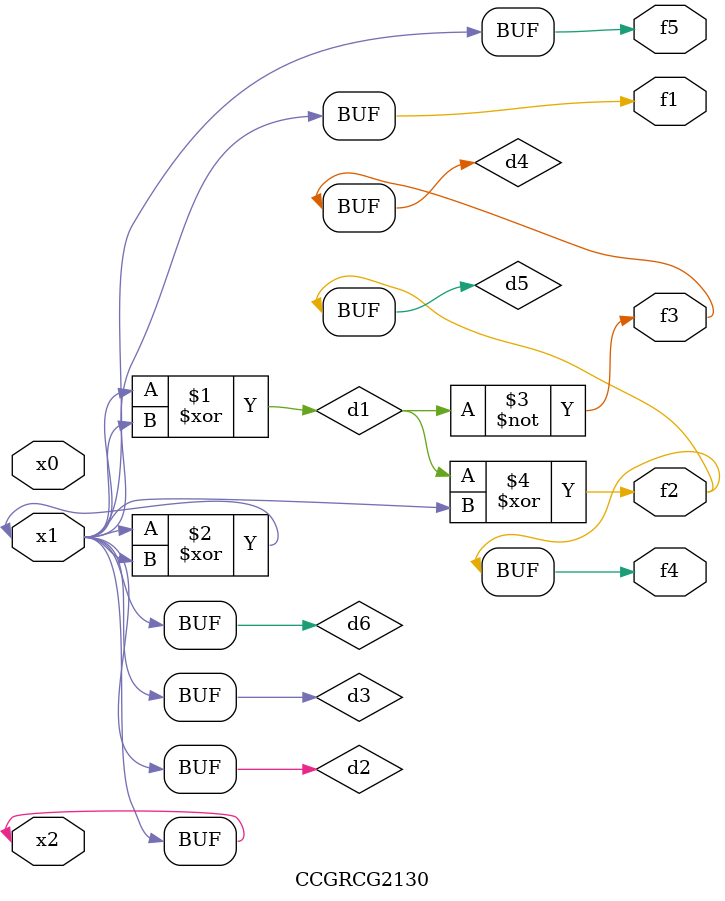
<source format=v>
module CCGRCG2130(
	input x0, x1, x2,
	output f1, f2, f3, f4, f5
);

	wire d1, d2, d3, d4, d5, d6;

	xor (d1, x1, x2);
	buf (d2, x1, x2);
	xor (d3, x1, x2);
	nor (d4, d1);
	xor (d5, d1, d2);
	buf (d6, d2, d3);
	assign f1 = d6;
	assign f2 = d5;
	assign f3 = d4;
	assign f4 = d5;
	assign f5 = d6;
endmodule

</source>
